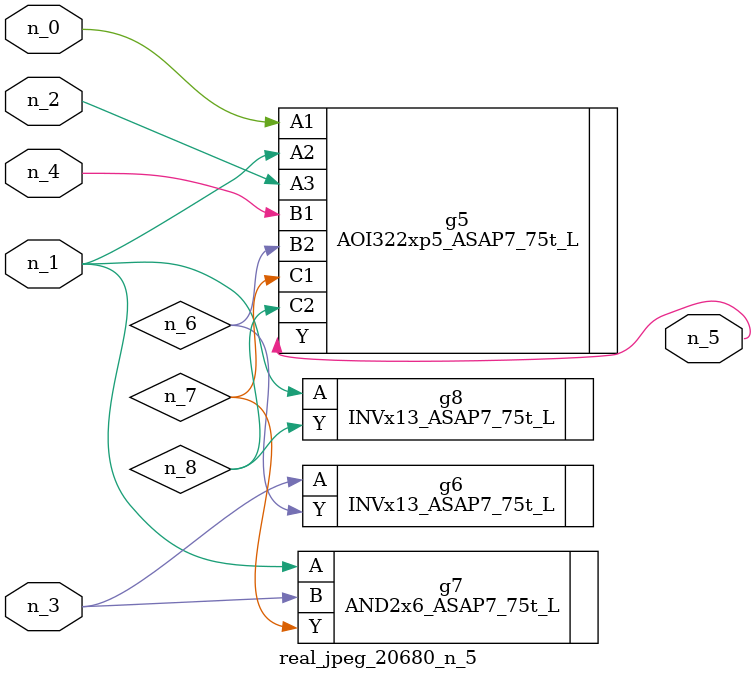
<source format=v>
module real_jpeg_20680_n_5 (n_4, n_0, n_1, n_2, n_3, n_5);

input n_4;
input n_0;
input n_1;
input n_2;
input n_3;

output n_5;

wire n_8;
wire n_6;
wire n_7;

AOI322xp5_ASAP7_75t_L g5 ( 
.A1(n_0),
.A2(n_1),
.A3(n_2),
.B1(n_4),
.B2(n_6),
.C1(n_7),
.C2(n_8),
.Y(n_5)
);

AND2x6_ASAP7_75t_L g7 ( 
.A(n_1),
.B(n_3),
.Y(n_7)
);

INVx13_ASAP7_75t_L g8 ( 
.A(n_1),
.Y(n_8)
);

INVx13_ASAP7_75t_L g6 ( 
.A(n_3),
.Y(n_6)
);


endmodule
</source>
